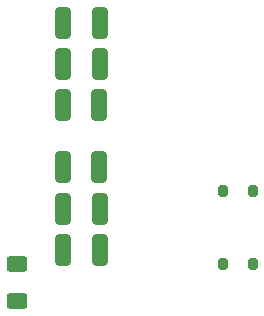
<source format=gbr>
%TF.GenerationSoftware,KiCad,Pcbnew,8.0.5*%
%TF.CreationDate,2024-11-11T20:50:23-03:00*%
%TF.ProjectId,Dimmer  PHD Equipamentos,44696d6d-6572-4202-9050-484420457175,rev?*%
%TF.SameCoordinates,Original*%
%TF.FileFunction,Paste,Top*%
%TF.FilePolarity,Positive*%
%FSLAX46Y46*%
G04 Gerber Fmt 4.6, Leading zero omitted, Abs format (unit mm)*
G04 Created by KiCad (PCBNEW 8.0.5) date 2024-11-11 20:50:23*
%MOMM*%
%LPD*%
G01*
G04 APERTURE LIST*
G04 Aperture macros list*
%AMRoundRect*
0 Rectangle with rounded corners*
0 $1 Rounding radius*
0 $2 $3 $4 $5 $6 $7 $8 $9 X,Y pos of 4 corners*
0 Add a 4 corners polygon primitive as box body*
4,1,4,$2,$3,$4,$5,$6,$7,$8,$9,$2,$3,0*
0 Add four circle primitives for the rounded corners*
1,1,$1+$1,$2,$3*
1,1,$1+$1,$4,$5*
1,1,$1+$1,$6,$7*
1,1,$1+$1,$8,$9*
0 Add four rect primitives between the rounded corners*
20,1,$1+$1,$2,$3,$4,$5,0*
20,1,$1+$1,$4,$5,$6,$7,0*
20,1,$1+$1,$6,$7,$8,$9,0*
20,1,$1+$1,$8,$9,$2,$3,0*%
G04 Aperture macros list end*
%ADD10RoundRect,0.250000X-0.400000X-1.075000X0.400000X-1.075000X0.400000X1.075000X-0.400000X1.075000X0*%
%ADD11RoundRect,0.250000X-0.625000X0.400000X-0.625000X-0.400000X0.625000X-0.400000X0.625000X0.400000X0*%
%ADD12RoundRect,0.200000X0.200000X-0.300000X0.200000X0.300000X-0.200000X0.300000X-0.200000X-0.300000X0*%
G04 APERTURE END LIST*
D10*
%TO.C,R7*%
X133950000Y-82500000D03*
X137050000Y-82500000D03*
%TD*%
%TO.C,R4*%
X133900000Y-94750000D03*
X137000000Y-94750000D03*
%TD*%
D11*
%TO.C,R8*%
X130000000Y-102950000D03*
X130000000Y-106050000D03*
%TD*%
D10*
%TO.C,R1*%
X133950000Y-101750000D03*
X137050000Y-101750000D03*
%TD*%
%TO.C,R2*%
X133950000Y-98250000D03*
X137050000Y-98250000D03*
%TD*%
D12*
%TO.C,D2*%
X147500000Y-102900000D03*
X150040000Y-102900000D03*
X150040000Y-96750000D03*
X147500000Y-96750000D03*
%TD*%
D10*
%TO.C,R6*%
X133950000Y-86000000D03*
X137050000Y-86000000D03*
%TD*%
%TO.C,R5*%
X133900000Y-89500000D03*
X137000000Y-89500000D03*
%TD*%
M02*

</source>
